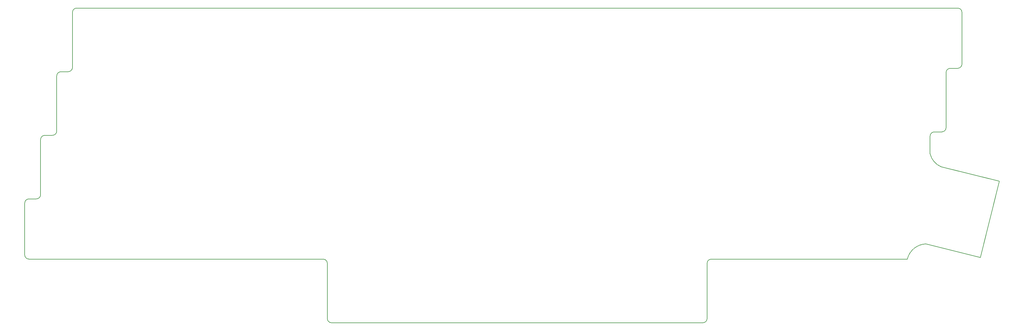
<source format=gbr>
%TF.GenerationSoftware,KiCad,Pcbnew,(6.0.6-0)*%
%TF.CreationDate,2022-07-30T10:34:08-07:00*%
%TF.ProjectId,purple-owl,70757270-6c65-42d6-9f77-6c2e6b696361,v0.1*%
%TF.SameCoordinates,Original*%
%TF.FileFunction,Profile,NP*%
%FSLAX46Y46*%
G04 Gerber Fmt 4.6, Leading zero omitted, Abs format (unit mm)*
G04 Created by KiCad (PCBNEW (6.0.6-0)) date 2022-07-30 10:34:08*
%MOMM*%
%LPD*%
G01*
G04 APERTURE LIST*
%TA.AperFunction,Profile*%
%ADD10C,0.200000*%
%TD*%
G04 APERTURE END LIST*
D10*
X350901000Y-85217000D02*
G75*
G03*
X352171000Y-83947000I0J1270000D01*
G01*
X80254973Y-105283000D02*
G75*
G03*
X81534000Y-104003983I27J1279000D01*
G01*
X343899744Y-104267000D02*
X346151200Y-104267000D01*
X75438000Y-124333000D02*
G75*
G03*
X76708000Y-123063000I0J1270000D01*
G01*
X341401899Y-137806780D02*
G75*
G03*
X335838801Y-142367000I255301J-5984820D01*
G01*
X77978000Y-105283000D02*
G75*
G03*
X76708000Y-106553000I0J-1270000D01*
G01*
X277241000Y-142367000D02*
X335838801Y-142367000D01*
X87512017Y-67183000D02*
X350917256Y-67183000D01*
X352171000Y-83947000D02*
X352171000Y-68436632D01*
X348691200Y-85217000D02*
G75*
G03*
X347421200Y-86487000I0J-1270000D01*
G01*
X343899744Y-104267000D02*
G75*
G03*
X342646000Y-105520617I-44J-1253700D01*
G01*
X82804000Y-86233000D02*
G75*
G03*
X81534000Y-87503000I0J-1270000D01*
G01*
X277241000Y-142367000D02*
G75*
G03*
X275971000Y-143637000I0J-1270000D01*
G01*
X342646042Y-110845590D02*
G75*
G03*
X345922600Y-114706400I5527058J1369890D01*
G01*
X275971000Y-143637000D02*
X275971000Y-160172400D01*
X348691200Y-85217000D02*
X350901000Y-85217000D01*
X86233000Y-84963000D02*
X86233000Y-68436627D01*
X73228200Y-142367000D02*
X161163000Y-142367000D01*
X274701000Y-161442400D02*
X163677600Y-161442400D01*
X162433000Y-143637000D02*
X162433000Y-160163358D01*
X84963000Y-86233000D02*
G75*
G03*
X86233000Y-84963000I0J1270000D01*
G01*
X77978000Y-105283000D02*
X80254973Y-105283000D01*
X82804000Y-86233000D02*
X84963000Y-86233000D01*
X81534000Y-104003983D02*
X81534000Y-87503000D01*
X162433024Y-160163367D02*
G75*
G03*
X163677600Y-161442400I1279476J-33D01*
G01*
X346151200Y-104267000D02*
G75*
G03*
X347421200Y-102997000I0J1270000D01*
G01*
X162433000Y-143637000D02*
G75*
G03*
X161163000Y-142367000I-1270000J0D01*
G01*
X347421200Y-102997000D02*
X347421200Y-86487000D01*
X342646000Y-105520617D02*
X342646000Y-110845600D01*
X71958200Y-141097000D02*
X71958200Y-125603000D01*
X73228200Y-124333000D02*
G75*
G03*
X71958200Y-125603000I0J-1270000D01*
G01*
X341401899Y-137806776D02*
X357682800Y-141884400D01*
X352171000Y-68436632D02*
G75*
G03*
X350917256Y-67183000I-1253700J-68D01*
G01*
X73228200Y-124333000D02*
X75438000Y-124333000D01*
X345922600Y-114706400D02*
X363372400Y-119049800D01*
X76708000Y-123063000D02*
X76708000Y-106553000D01*
X363372400Y-119049800D02*
X357682800Y-141884400D01*
X71958200Y-141097000D02*
G75*
G03*
X73228200Y-142367000I1270000J0D01*
G01*
X87512017Y-67183001D02*
G75*
G03*
X86233000Y-68436627I-12717J-1266299D01*
G01*
X274701000Y-161442400D02*
G75*
G03*
X275971000Y-160172400I0J1270000D01*
G01*
M02*

</source>
